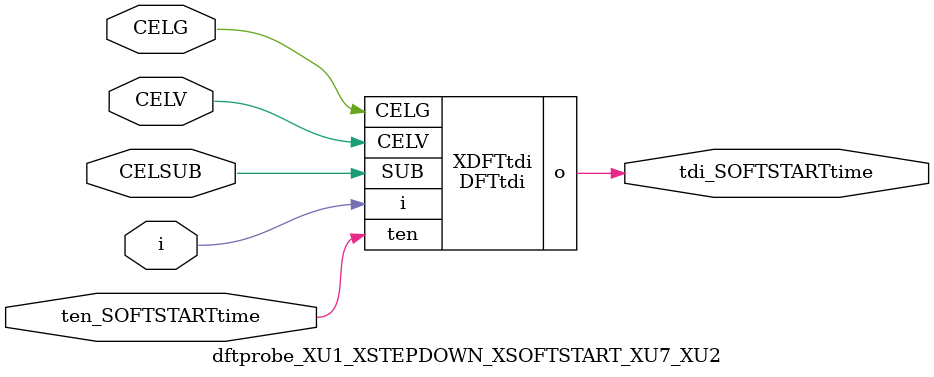
<source format=v>


module DFTtdi ( o, CELV, SUB, i, ten, CELG );

  input CELV;
  input ten;
  input i;
  output o;
  input CELG;
  input SUB;
endmodule


module dftprobe_XU1_XSTEPDOWN_XSOFTSTART_XU7_XU2 (i,tdi_SOFTSTARTtime,ten_SOFTSTARTtime,CELG,CELSUB,CELV);
input  i;
output  tdi_SOFTSTARTtime;
input  ten_SOFTSTARTtime;
input  CELG;
input  CELSUB;
input  CELV;

DFTtdi XDFTtdi(
  .i (i),
  .o (tdi_SOFTSTARTtime),
  .ten (ten_SOFTSTARTtime),
  .CELG (CELG),
  .SUB (CELSUB),
  .CELV (CELV)
);

endmodule


</source>
